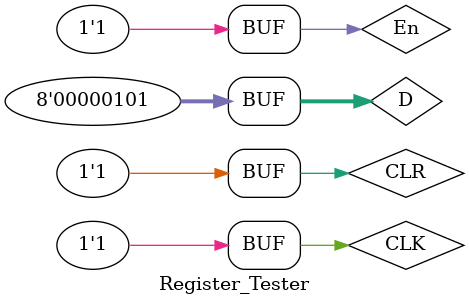
<source format=v>
`timescale 1ns / 1ps


module Register_Tester;

	// Inputs
	reg CLR;
	reg [7:0] D;
	reg CLK;
	reg En;

	// Outputs
	wire [7:0] Qout;

	// Instantiate the Unit Under Test (UUT)
	Register8bit uut (
		.CLR(CLR), 
		.D(D), 
		.Qout(Qout), 
		.CLK(CLK), 
		.En(En)
	);

	initial begin
		// Initialize Inputs
		CLR = 0;
		D = 1;
		CLK = 1;
		En = 0;

		// Wait 100 ns for global reset to finish
		#50;
      CLK = 0;

		#50;
		CLK = 1;
		En = 1;
		CLR = 0;
		D = 5;
		
		#50;
		CLK = 0;
		
		#50;
		CLK = 1;
		En = 1;
		CLR = 1;
		// Add stimulus here

	end
      
endmodule


</source>
